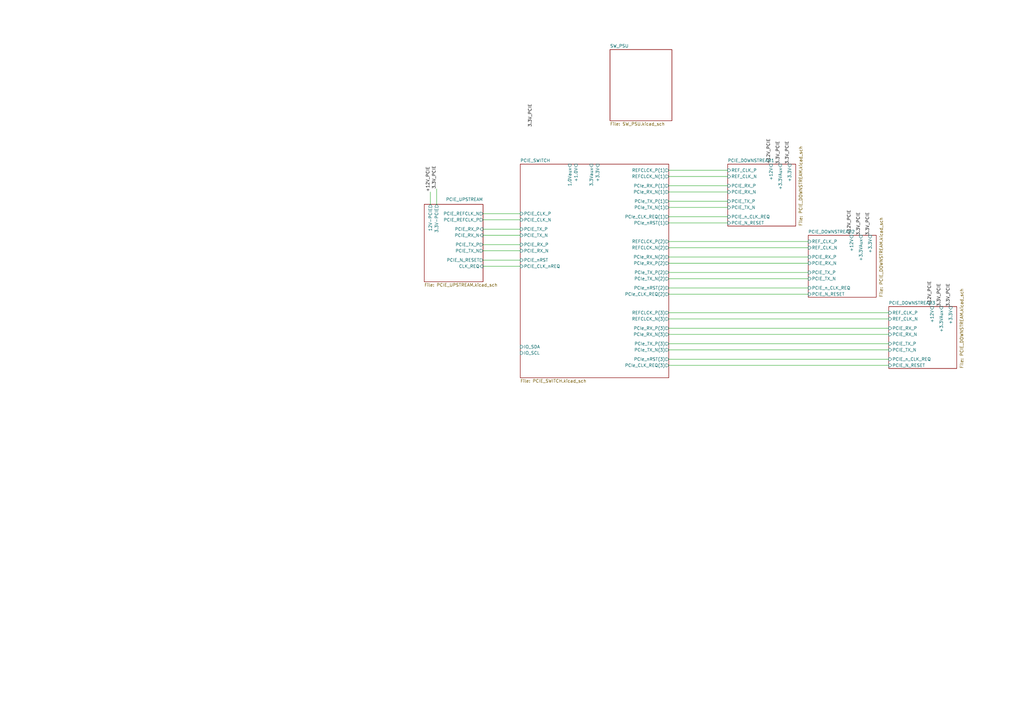
<source format=kicad_sch>
(kicad_sch (version 20230121) (generator eeschema)
  (paper "A3")
  (lib_symbols)
  (wire (pts (xy 274.32 137.16) (xy 364.49 137.16)))
  (wire (pts (xy 176.53 78.74) (xy 176.53 83.82)))
  (wire (pts (xy 274.32 107.95) (xy 331.47 107.95)))
  (wire (pts (xy 274.32 128.27) (xy 364.49 128.27)))
  (wire (pts (xy 198.12 93.98) (xy 213.36 93.98)))
  (wire (pts (xy 198.12 106.68) (xy 213.36 106.68)))
  (wire (pts (xy 198.12 96.52) (xy 213.36 96.52)))
  (wire (pts (xy 274.32 118.11) (xy 331.47 118.11)))
  (wire (pts (xy 274.32 143.51) (xy 364.49 143.51)))
  (wire (pts (xy 274.32 101.6) (xy 331.47 101.6)))
  (wire (pts (xy 274.32 130.81) (xy 364.49 130.81)))
  (wire (pts (xy 274.32 76.2) (xy 298.45 76.2)))
  (wire (pts (xy 274.32 120.65) (xy 331.47 120.65)))
  (wire (pts (xy 198.12 109.22) (xy 213.36 109.22)))
  (wire (pts (xy 274.32 72.39) (xy 298.45 72.39)))
  (wire (pts (xy 274.32 114.3) (xy 331.47 114.3)))
  (wire (pts (xy 274.32 69.85) (xy 298.45 69.85)))
  (wire (pts (xy 274.32 82.55) (xy 298.45 82.55)))
  (wire (pts (xy 274.32 147.32) (xy 364.49 147.32)))
  (wire (pts (xy 198.12 102.87) (xy 213.36 102.87)))
  (wire (pts (xy 274.32 99.06) (xy 331.47 99.06)))
  (wire (pts (xy 274.32 88.9) (xy 298.45 88.9)))
  (wire (pts (xy 274.32 85.09) (xy 298.45 85.09)))
  (wire (pts (xy 274.32 78.74) (xy 298.45 78.74)))
  (wire (pts (xy 198.12 87.63) (xy 213.36 87.63)))
  (wire (pts (xy 274.32 149.86) (xy 364.49 149.86)))
  (wire (pts (xy 274.32 91.44) (xy 298.45 91.44)))
  (wire (pts (xy 198.12 100.33) (xy 213.36 100.33)))
  (wire (pts (xy 274.32 140.97) (xy 364.49 140.97)))
  (wire (pts (xy 274.32 111.76) (xy 331.47 111.76)))
  (wire (pts (xy 198.12 90.17) (xy 213.36 90.17)))
  (wire (pts (xy 179.07 77.47) (xy 179.07 83.82)))
  (wire (pts (xy 274.32 105.41) (xy 331.47 105.41)))
  (wire (pts (xy 274.32 134.62) (xy 364.49 134.62)))
  (label "+12V_PCIE" (at 349.25 96.52 90))
  (label "3.3V_PCIE" (at 353.06 96.52 90))
  (label "3.3V_PCIE" (at 389.89 125.73 90))
  (label "3.3V_PCIE" (at 179.07 77.47 90))
  (label "+12V_PCIE" (at 176.53 78.74 90))
  (label "3.3V_PCIE" (at 218.44 52.07 90))
  (label "+12V_PCIE" (at 316.23 67.31 90))
  (label "3.3V_PCIE" (at 320.04 67.31 90))
  (label "3.3V_PCIE" (at 386.08 125.73 90))
  (label "3.3V_PCIE" (at 323.85 67.31 90))
  (label "3.3V_PCIE" (at 356.87 96.52 90))
  (label "+12V_PCIE" (at 382.27 125.73 90))
  (sheet (at 331.47 96.52) (size 27.94 25.4) (stroke (width 0.1524))
    (property "Sheetname" "PCIE_DOWNSTREAM2" (at 331.47 95.8084 0) (effects (justify left bottom)))
    (property "Sheetfile" "PCIE_DOWNSTREAM.kicad_sch" (at 360.68 121.92 90) (effects (justify left top)))
    (pin "PCIE_TX_N" input (at 331.47 114.3 180))
    (pin "PCIE_TX_P" input (at 331.47 111.76 180))
    (pin "+3.3V" input (at 356.87 96.52 90))
    (pin "+3.3VAux" input (at 353.06 96.52 90))
    (pin "PCIE_n_CLK_REQ" input (at 331.47 118.11 180))
    (pin "+12V" input (at 349.25 96.52 90))
    (pin "PCIE_N_RESET" input (at 331.47 120.65 180))
    (pin "REF_CLK_P" input (at 331.47 99.06 180))
    (pin "REF_CLK_N" input (at 331.47 101.6 180))
    (pin "PCIE_RX_P" input (at 331.47 105.41 180))
    (pin "PCIE_RX_N" input (at 331.47 107.95 180))
  )
  (sheet (at 213.36 67.31) (size 60.96 87.63) (stroke (width 0.1524))
    (property "Sheetname" "PCIE_SWITCH" (at 213.36 66.5984 0) (effects (justify left bottom)))
    (property "Sheetfile" "PCIE_SWITCH.kicad_sch" (at 213.36 155.5246 0) (effects (justify left top)))
    (pin "+1.0V" input (at 236.22 67.31 90))
    (pin "+3.3V" input (at 245.11 67.31 90))
    (pin "PCIe_RX_P(1)" output (at 274.32 76.2 0))
    (pin "PCIe_TX_P(1)" output (at 274.32 82.55 0))
    (pin "PCIe_CLK_REQ(1)" output (at 274.32 88.9 0))
    (pin "PCIe_RX_N(1)" output (at 274.32 78.74 0))
    (pin "REFCLCK_P(1)" output (at 274.32 69.85 0))
    (pin "PCIe_nRST(1)" output (at 274.32 91.44 0))
    (pin "REFCLCK_N(1)" output (at 274.32 72.39 0))
    (pin "PCIe_TX_N(1)" output (at 274.32 85.09 0))
    (pin "PCIe_CLK_REQ(3)" output (at 274.32 149.86 0))
    (pin "REFCLCK_N(3)" output (at 274.32 130.81 0))
    (pin "PCIe_nRST(3)" output (at 274.32 147.32 0))
    (pin "REFCLCK_P(3)" output (at 274.32 128.27 0))
    (pin "PCIe_RX_P(3)" output (at 274.32 134.62 0))
    (pin "PCIe_TX_P(3)" output (at 274.32 140.97 0))
    (pin "PCIe_RX_N(3)" output (at 274.32 137.16 0))
    (pin "PCIe_TX_N(3)" output (at 274.32 143.51 0))
    (pin "PCIe_TX_P(2)" output (at 274.32 111.76 0))
    (pin "PCIe_TX_N(2)" output (at 274.32 114.3 0))
    (pin "PCIe_RX_N(2)" output (at 274.32 105.41 0))
    (pin "REFCLCK_P(2)" output (at 274.32 99.06 0))
    (pin "REFCLCK_N(2)" output (at 274.32 101.6 0))
    (pin "PCIe_RX_P(2)" output (at 274.32 107.95 0))
    (pin "PCIe_CLK_REQ(2)" output (at 274.32 120.65 0))
    (pin "PCIe_nRST(2)" output (at 274.32 118.11 0))
    (pin "PCIE_CLK_N" input (at 213.36 90.17 180))
    (pin "PCIE_nRST" input (at 213.36 106.68 180))
    (pin "PCIE_CLK_P" input (at 213.36 87.63 180))
    (pin "PCIE_CLK_nREQ" input (at 213.36 109.22 180))
    (pin "PCIE_RX_N" input (at 213.36 102.87 180))
    (pin "PCIE_TX_P" input (at 213.36 93.98 180))
    (pin "IO_SDA" input (at 213.36 142.24 180))
    (pin "PCIE_RX_P" input (at 213.36 100.33 180))
    (pin "PCIE_TX_N" input (at 213.36 96.52 180))
    (pin "IO_SCL" input (at 213.36 144.78 180))
    (pin "3.3Vaux" input (at 242.57 67.31 90))
    (pin "1.0Vaux" input (at 233.68 67.31 90))
  )
  (sheet (at 250.19 20.32) (size 25.4 29.21) (stroke (width 0.1524))
    (property "Sheetname" "SW_PSU" (at 250.19 19.6084 0) (effects (justify left bottom)))
    (property "Sheetfile" "SW_PSU.kicad_sch" (at 250.19 50.1146 0) (effects (justify left top)))
  )
  (sheet (at 364.49 125.73) (size 27.94 25.4) (stroke (width 0.1524))
    (property "Sheetname" "PCIE_DOWNSTREAM3" (at 364.49 125.0184 0) (effects (justify left bottom)))
    (property "Sheetfile" "PCIE_DOWNSTREAM.kicad_sch" (at 393.7 151.13 90) (effects (justify left top)))
    (pin "PCIE_TX_N" input (at 364.49 143.51 180))
    (pin "PCIE_TX_P" input (at 364.49 140.97 180))
    (pin "+3.3V" input (at 389.89 125.73 90))
    (pin "+3.3VAux" input (at 386.08 125.73 90))
    (pin "PCIE_n_CLK_REQ" input (at 364.49 147.32 180))
    (pin "+12V" input (at 382.27 125.73 90))
    (pin "PCIE_N_RESET" input (at 364.49 149.86 180))
    (pin "REF_CLK_P" input (at 364.49 128.27 180))
    (pin "REF_CLK_N" input (at 364.49 130.81 180))
    (pin "PCIE_RX_P" input (at 364.49 134.62 180))
    (pin "PCIE_RX_N" input (at 364.49 137.16 180))
  )
  (sheet (at 298.45 67.31) (size 27.94 25.4) (stroke (width 0.1524))
    (property "Sheetname" "PCIE_DOWNSTREAM1" (at 298.45 66.5984 0) (effects (justify left bottom)))
    (property "Sheetfile" "PCIE_DOWNSTREAM.kicad_sch" (at 327.66 92.71 90) (effects (justify left top)))
    (pin "PCIE_TX_N" input (at 298.45 85.09 180))
    (pin "PCIE_TX_P" input (at 298.45 82.55 180))
    (pin "+3.3V" input (at 323.85 67.31 90))
    (pin "+3.3VAux" input (at 320.04 67.31 90))
    (pin "PCIE_n_CLK_REQ" input (at 298.45 88.9 180))
    (pin "+12V" input (at 316.23 67.31 90))
    (pin "PCIE_N_RESET" input (at 298.45 91.44 180))
    (pin "REF_CLK_P" input (at 298.45 69.85 180))
    (pin "REF_CLK_N" input (at 298.45 72.39 180))
    (pin "PCIE_RX_P" input (at 298.45 76.2 180))
    (pin "PCIE_RX_N" input (at 298.45 78.74 180))
  )
  (sheet (at 173.99 83.82) (size 24.13 31.75) (stroke (width 0.1524))
    (property "Sheetname" "PCIE_UPSTREAM" (at 182.88 82.55 0) (effects (justify left bottom)))
    (property "Sheetfile" "PCIE_UPSTREAM.kicad_sch" (at 173.99 116.1546 0) (effects (justify left top)))
    (pin "PCIE_RX_N" input (at 198.12 96.52 0))
    (pin "PCIE_RX_P" input (at 198.12 93.98 0))
    (pin "PCIE_N_RESET" output (at 198.12 106.68 0))
    (pin "PCIE_REFCLK_N" output (at 198.12 87.63 0))
    (pin "PCIE_TX_P" output (at 198.12 100.33 0))
    (pin "PCIE_REFCLK_P" output (at 198.12 90.17 0))
    (pin "PCIE_TX_N" output (at 198.12 102.87 0))
    (pin "12V-PCIE" output (at 176.53 83.82 90))
    (pin "3.3V-PCIE" output (at 179.07 83.82 90))
    (pin "CLK_REQ" input (at 198.12 109.22 0))
  )
)
</source>
